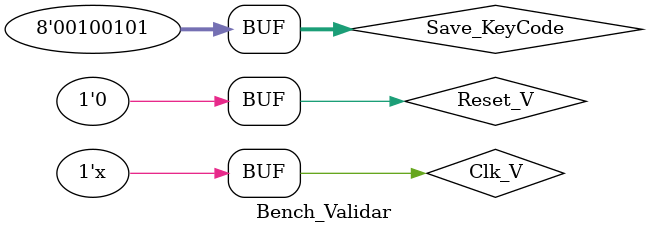
<source format=v>
`timescale 1ns / 1ps


module Bench_Validar;

	// Inputs
	reg Clk_V;
	reg Reset_V;
	reg [7:0] Save_KeyCode;

	// Outputs
	wire [7:0] Valid_KeyCode;
	wire Led_Invalid;

	// Instantiate the Unit Under Test (UUT)
	Validar uut (
		.Clk_V(Clk_V), 
		.Reset_V(Reset_V), 
		.Save_KeyCode(Save_KeyCode), 
		.Valid_KeyCode(Valid_KeyCode), 
		.Led_Invalid(Led_Invalid)
	);
 
	initial begin
		// Initialize Inputs
		Clk_V = 0;
		Reset_V = 1;
		Save_KeyCode = 0; 
		#100; 
		
		Reset_V = 0;
		Save_KeyCode = 8'h32; // Envia una B
		#100;
		
		Reset_V = 0;
		Save_KeyCode = 8'h25; // Envia una E

	
	end
			always begin #5 Clk_V = ~Clk_V ; end 
endmodule


</source>
